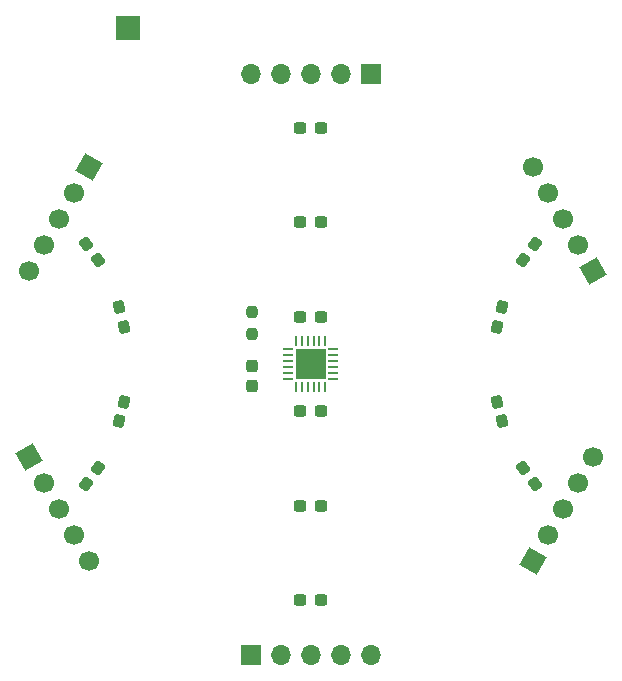
<source format=gbr>
%TF.GenerationSoftware,KiCad,Pcbnew,8.0.8*%
%TF.CreationDate,2025-02-21T18:34:30-05:00*%
%TF.ProjectId,pcb_tile_game,7063625f-7469-46c6-955f-67616d652e6b,0.1*%
%TF.SameCoordinates,Original*%
%TF.FileFunction,Soldermask,Top*%
%TF.FilePolarity,Negative*%
%FSLAX46Y46*%
G04 Gerber Fmt 4.6, Leading zero omitted, Abs format (unit mm)*
G04 Created by KiCad (PCBNEW 8.0.8) date 2025-02-21 18:34:30*
%MOMM*%
%LPD*%
G01*
G04 APERTURE LIST*
G04 Aperture macros list*
%AMRoundRect*
0 Rectangle with rounded corners*
0 $1 Rounding radius*
0 $2 $3 $4 $5 $6 $7 $8 $9 X,Y pos of 4 corners*
0 Add a 4 corners polygon primitive as box body*
4,1,4,$2,$3,$4,$5,$6,$7,$8,$9,$2,$3,0*
0 Add four circle primitives for the rounded corners*
1,1,$1+$1,$2,$3*
1,1,$1+$1,$4,$5*
1,1,$1+$1,$6,$7*
1,1,$1+$1,$8,$9*
0 Add four rect primitives between the rounded corners*
20,1,$1+$1,$2,$3,$4,$5,0*
20,1,$1+$1,$4,$5,$6,$7,0*
20,1,$1+$1,$6,$7,$8,$9,0*
20,1,$1+$1,$8,$9,$2,$3,0*%
%AMHorizOval*
0 Thick line with rounded ends*
0 $1 width*
0 $2 $3 position (X,Y) of the first rounded end (center of the circle)*
0 $4 $5 position (X,Y) of the second rounded end (center of the circle)*
0 Add line between two ends*
20,1,$1,$2,$3,$4,$5,0*
0 Add two circle primitives to create the rounded ends*
1,1,$1,$2,$3*
1,1,$1,$4,$5*%
%AMRotRect*
0 Rectangle, with rotation*
0 The origin of the aperture is its center*
0 $1 length*
0 $2 width*
0 $3 Rotation angle, in degrees counterclockwise*
0 Add horizontal line*
21,1,$1,$2,0,0,$3*%
G04 Aperture macros list end*
%ADD10RoundRect,0.237500X0.300000X0.237500X-0.300000X0.237500X-0.300000X-0.237500X0.300000X-0.237500X0*%
%ADD11RoundRect,0.237500X-0.307053X0.228308X-0.151762X-0.351247X0.307053X-0.228308X0.151762X0.351247X0*%
%ADD12R,1.700000X1.700000*%
%ADD13O,1.700000X1.700000*%
%ADD14RoundRect,0.237500X-0.237500X0.250000X-0.237500X-0.250000X0.237500X-0.250000X0.237500X0.250000X0*%
%ADD15RoundRect,0.237500X-0.002454X0.382623X-0.371851X-0.090184X0.002454X-0.382623X0.371851X0.090184X0*%
%ADD16RoundRect,0.237500X0.237500X-0.300000X0.237500X0.300000X-0.237500X0.300000X-0.237500X-0.300000X0*%
%ADD17RotRect,1.700000X1.700000X150.000000*%
%ADD18HorizOval,1.700000X0.000000X0.000000X0.000000X0.000000X0*%
%ADD19RoundRect,0.237500X-0.371851X0.090184X-0.002454X-0.382623X0.371851X-0.090184X0.002454X0.382623X0*%
%ADD20RoundRect,0.237500X-0.151762X0.351247X-0.307053X-0.228308X0.151762X-0.351247X0.307053X0.228308X0*%
%ADD21RotRect,1.700000X1.700000X330.000000*%
%ADD22HorizOval,1.700000X0.000000X0.000000X0.000000X0.000000X0*%
%ADD23RotRect,1.700000X1.700000X210.000000*%
%ADD24HorizOval,1.700000X0.000000X0.000000X0.000000X0.000000X0*%
%ADD25RotRect,1.700000X1.700000X30.000000*%
%ADD26HorizOval,1.700000X0.000000X0.000000X0.000000X0.000000X0*%
%ADD27R,2.000000X2.000000*%
%ADD28RoundRect,0.062500X-0.350000X-0.062500X0.350000X-0.062500X0.350000X0.062500X-0.350000X0.062500X0*%
%ADD29RoundRect,0.062500X-0.062500X-0.350000X0.062500X-0.350000X0.062500X0.350000X-0.062500X0.350000X0*%
%ADD30R,2.600000X2.600000*%
G04 APERTURE END LIST*
D10*
%TO.C,C2*%
X140922500Y-92000000D03*
X139197500Y-92000000D03*
%TD*%
D11*
%TO.C,C13*%
X123836768Y-75166889D03*
X124283232Y-76833111D03*
%TD*%
D10*
%TO.C,C3*%
X139197500Y-84000000D03*
X140922500Y-84000000D03*
%TD*%
D12*
%TO.C,J2*%
X134980000Y-104600000D03*
D13*
X137520000Y-104600000D03*
X140060000Y-104600000D03*
X142600000Y-104600000D03*
X145140000Y-104600000D03*
%TD*%
D14*
%TO.C,R1*%
X135060000Y-75587500D03*
X135060000Y-77412500D03*
%TD*%
D15*
%TO.C,C10*%
X159091008Y-69820341D03*
X158028992Y-71179659D03*
%TD*%
D16*
%TO.C,C15*%
X135060000Y-80137500D03*
X135060000Y-81862500D03*
%TD*%
D10*
%TO.C,C5*%
X140922500Y-68000000D03*
X139197500Y-68000000D03*
%TD*%
D11*
%TO.C,C8*%
X155836769Y-83166889D03*
X156283231Y-84833111D03*
%TD*%
D10*
%TO.C,C6*%
X140922500Y-60000000D03*
X139197500Y-60000000D03*
%TD*%
D17*
%TO.C,J3*%
X158920000Y-96689409D03*
D18*
X160190000Y-94489704D03*
X161460000Y-92290000D03*
X162730000Y-90090295D03*
X164000000Y-87890591D03*
%TD*%
D19*
%TO.C,C14*%
X121028993Y-69820340D03*
X122091007Y-71179660D03*
%TD*%
D20*
%TO.C,C12*%
X124283231Y-83166889D03*
X123836769Y-84833111D03*
%TD*%
D21*
%TO.C,J6*%
X121300000Y-63300591D03*
D22*
X120030000Y-65500296D03*
X118760000Y-67700000D03*
X117490000Y-69899705D03*
X116220000Y-72099409D03*
%TD*%
D19*
%TO.C,C7*%
X159091008Y-90179659D03*
X158028992Y-88820341D03*
%TD*%
D10*
%TO.C,C1*%
X140922500Y-100000000D03*
X139197500Y-100000000D03*
%TD*%
D23*
%TO.C,J4*%
X163963349Y-72075928D03*
D24*
X162693349Y-69876223D03*
X161423349Y-67676519D03*
X160153349Y-65476814D03*
X158883349Y-63277110D03*
%TD*%
D20*
%TO.C,C9*%
X156283231Y-75166889D03*
X155836769Y-76833111D03*
%TD*%
D25*
%TO.C,J1*%
X116220000Y-87900591D03*
D26*
X117490000Y-90100296D03*
X118760000Y-92300000D03*
X120030000Y-94499705D03*
X121300000Y-96699409D03*
%TD*%
D10*
%TO.C,C4*%
X140922500Y-76000000D03*
X139197500Y-76000000D03*
%TD*%
D12*
%TO.C,J5*%
X145140000Y-55400000D03*
D13*
X142600000Y-55400000D03*
X140060000Y-55400000D03*
X137520000Y-55400000D03*
X134980000Y-55400000D03*
%TD*%
D27*
%TO.C,TP1*%
X124560000Y-51500000D03*
%TD*%
D28*
%TO.C,U2*%
X138122500Y-78750000D03*
X138122500Y-79250000D03*
X138122500Y-79750000D03*
X138122500Y-80250000D03*
X138122500Y-80750000D03*
X138122500Y-81250000D03*
D29*
X138810000Y-81937500D03*
X139310000Y-81937500D03*
X139810000Y-81937500D03*
X140310000Y-81937500D03*
X140810000Y-81937500D03*
X141310000Y-81937500D03*
D28*
X141997500Y-81250000D03*
X141997500Y-80750000D03*
X141997500Y-80250000D03*
X141997500Y-79750000D03*
X141997500Y-79250000D03*
X141997500Y-78750000D03*
D29*
X141310000Y-78062500D03*
X140810000Y-78062500D03*
X140310000Y-78062500D03*
X139810000Y-78062500D03*
X139310000Y-78062500D03*
X138810000Y-78062500D03*
D30*
X140060000Y-80000000D03*
%TD*%
D15*
%TO.C,C11*%
X121028992Y-90179659D03*
X122091008Y-88820341D03*
%TD*%
M02*

</source>
